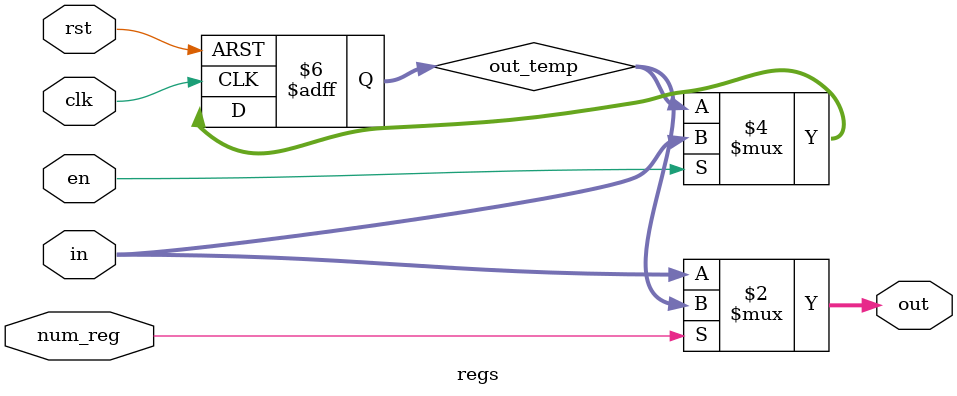
<source format=v>
module regs (
    rst,clk,en,in,num_reg,out
);
    parameter RSTTYPE = "ASYNC";
    parameter WIDTH = 4;

    input rst,clk,en,num_reg;
    input [WIDTH-1:0] in;
    output [WIDTH-1:0] out;

    reg [WIDTH-1:0] out_temp;

    generate
        if(RSTTYPE == "SYNC") begin
            always @(posedge clk) begin
                if(rst) begin
                    out_temp <= 0;
                end
                else if(en)
                    out_temp <= in;
            end
        end
        else if(RSTTYPE == "ASYNC") begin
            always @(posedge clk or posedge rst) begin
                if(rst) begin
                    out_temp <= 0;
                end
                else if(en)
                    out_temp <= in;
            end
        end
    endgenerate

    assign out = (num_reg == 0) ? in : out_temp;

endmodule


</source>
